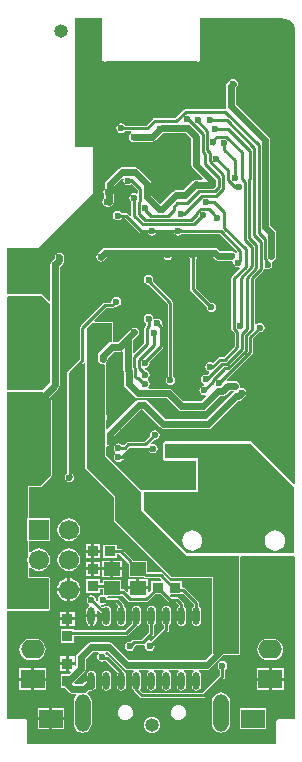
<source format=gbl>
G04*
G04 #@! TF.GenerationSoftware,Altium Limited,Altium Designer,20.0.2 (26)*
G04*
G04 Layer_Physical_Order=2*
G04 Layer_Color=16711680*
%FSLAX25Y25*%
%MOIN*%
G70*
G01*
G75*
%ADD25R,0.03740X0.03740*%
%ADD27R,0.03740X0.03740*%
%ADD38R,0.05512X0.04528*%
%ADD75O,0.05118X0.12598*%
%ADD76C,0.01000*%
%ADD77C,0.02362*%
%ADD80O,0.04535X0.04429*%
%ADD81R,0.07874X0.06299*%
%ADD82C,0.01772*%
%ADD83C,0.01968*%
%ADD84O,0.07874X0.06299*%
%ADD85R,0.06693X0.06693*%
%ADD86C,0.06693*%
%ADD87C,0.02362*%
%ADD88O,0.02362X0.05906*%
G36*
X300770Y565688D02*
X301417Y565603D01*
X302462Y565170D01*
X303359Y564481D01*
X304048Y563584D01*
X304481Y562539D01*
X304611Y561551D01*
Y410859D01*
X304149Y410668D01*
X290233Y424583D01*
X289973Y424757D01*
X289665Y424819D01*
X261319D01*
X261012Y424757D01*
X260751Y424583D01*
X260577Y424323D01*
X260516Y424016D01*
Y419095D01*
X260577Y418787D01*
X260751Y418527D01*
X261012Y418353D01*
X261319Y418292D01*
X271441D01*
X271441Y408677D01*
X254035Y408677D01*
X253728Y408616D01*
X253468Y408442D01*
X253210Y408416D01*
X241469Y420157D01*
Y423043D01*
X241969Y423310D01*
X242102Y423221D01*
X242717Y423099D01*
X243331Y423221D01*
X243852Y423569D01*
X244200Y424090D01*
X244322Y424705D01*
Y426559D01*
X253165Y435402D01*
X253567D01*
X259494Y429475D01*
X259494Y429475D01*
X260016Y429127D01*
X260630Y429005D01*
X260630Y429005D01*
X274471D01*
X274582Y428930D01*
X275197Y428808D01*
X275197Y428808D01*
X275452D01*
X275453Y428808D01*
X276067Y428930D01*
X276588Y429278D01*
X285468Y438158D01*
X285531D01*
X285531Y438158D01*
X286146Y438280D01*
X286667Y438628D01*
X287848Y439810D01*
X287848Y439810D01*
X288196Y440330D01*
X288318Y440945D01*
X288196Y441559D01*
X287848Y442080D01*
X287327Y442428D01*
X286713Y442551D01*
X286361Y442481D01*
X286319Y442502D01*
X286037Y442773D01*
X285974Y442901D01*
X286054Y443307D01*
X285932Y443922D01*
X285584Y444443D01*
X285063Y444791D01*
X284449Y444913D01*
X282146D01*
X282008Y444885D01*
X281762Y445346D01*
X290160Y453745D01*
X290358Y454040D01*
X290427Y454389D01*
Y459020D01*
X292550Y461144D01*
X292815Y461091D01*
X293429Y461213D01*
X293950Y461561D01*
X294298Y462082D01*
X294421Y462697D01*
X294298Y463311D01*
X293950Y463832D01*
X293429Y464180D01*
X292815Y464302D01*
X292200Y464180D01*
X291722Y463861D01*
X291515Y463910D01*
X291222Y464048D01*
Y478902D01*
X293770Y481451D01*
X293968Y481746D01*
X294037Y482095D01*
X294537Y482327D01*
X294760Y482178D01*
X295374Y482056D01*
X295988Y482178D01*
X296509Y482526D01*
X296858Y483047D01*
X296980Y483661D01*
X296858Y484276D01*
X296807Y484352D01*
X297037Y484907D01*
X297170Y484934D01*
X297691Y485282D01*
X298039Y485803D01*
X298161Y486417D01*
Y494134D01*
X298039Y494748D01*
X297691Y495269D01*
X297691Y495269D01*
X296192Y496768D01*
Y525098D01*
X296192Y525098D01*
X296070Y525713D01*
X295722Y526234D01*
X295722Y526234D01*
X284677Y537279D01*
Y542544D01*
X284994Y542861D01*
X284994Y542861D01*
X285342Y543382D01*
X285464Y543996D01*
X285342Y544611D01*
X284994Y545131D01*
X284473Y545479D01*
X283858Y545602D01*
X283244Y545479D01*
X282723Y545131D01*
X282723Y545131D01*
X281936Y544344D01*
X281587Y543823D01*
X281465Y543209D01*
X281465Y543209D01*
Y536614D01*
X281465Y536614D01*
X281587Y536000D01*
X281320Y535607D01*
X281277Y535565D01*
X268038D01*
X267689Y535495D01*
X267394Y535298D01*
X264602Y532506D01*
X257677D01*
X257329Y532436D01*
X257033Y532239D01*
X254839Y530045D01*
X247840D01*
X247691Y530269D01*
X247170Y530617D01*
X246555Y530739D01*
X245941Y530617D01*
X245420Y530269D01*
X245072Y529748D01*
X244950Y529134D01*
X245072Y528519D01*
X245420Y527998D01*
X245941Y527650D01*
X246555Y527528D01*
X247170Y527650D01*
X247691Y527998D01*
X247840Y528223D01*
X249776D01*
X249916Y528057D01*
X249834Y527504D01*
X249554Y527317D01*
X249205Y526796D01*
X249083Y526181D01*
X249205Y525567D01*
X249554Y525046D01*
X250075Y524698D01*
X250689Y524576D01*
X250787D01*
X250787Y524575D01*
X251282Y524674D01*
X256890D01*
X256890Y524674D01*
X257504Y524796D01*
X258025Y525144D01*
X260107Y527226D01*
X260260Y527257D01*
X260666Y527528D01*
X268134D01*
X269950Y525713D01*
Y516929D01*
X269950Y516929D01*
X270072Y516315D01*
X270420Y515794D01*
X273811Y512402D01*
X273620Y511940D01*
X272050D01*
X271555Y512039D01*
X270941Y511916D01*
X270420Y511568D01*
X270420Y511568D01*
X267248Y508397D01*
X264862D01*
X264248Y508275D01*
X263727Y507927D01*
X263727Y507927D01*
X259646Y503846D01*
X256641Y506850D01*
Y510673D01*
X256641Y510673D01*
X256519Y511287D01*
X256171Y511808D01*
X256171Y511808D01*
X252277Y515702D01*
X251756Y516050D01*
X251142Y516173D01*
X251142Y516173D01*
X246850D01*
X246850Y516173D01*
X246236Y516050D01*
X245715Y515702D01*
X245715Y515702D01*
X241581Y511568D01*
X241233Y511048D01*
X241111Y510433D01*
X241111Y510433D01*
Y508944D01*
X240938Y508685D01*
X240938Y508684D01*
X240741Y508390D01*
X240619Y507776D01*
X240741Y507161D01*
X240816Y507049D01*
Y505776D01*
X240794Y505761D01*
X240446Y505240D01*
X240323Y504626D01*
X240446Y504011D01*
X240794Y503491D01*
X241315Y503143D01*
X241929Y503020D01*
X242175Y503069D01*
X242421Y503020D01*
X243036Y503143D01*
X243557Y503491D01*
X243905Y504011D01*
X244027Y504626D01*
Y506902D01*
X244200Y507161D01*
X244322Y507776D01*
X244322Y507776D01*
Y509768D01*
X246935Y512381D01*
X247395Y512134D01*
X247312Y511713D01*
X247434Y511098D01*
X247782Y510577D01*
X248303Y510229D01*
X248917Y510107D01*
X249532Y510229D01*
X249996Y510539D01*
X252049Y508486D01*
Y507623D01*
X251549Y507356D01*
X251500Y507389D01*
X250886Y507511D01*
X250271Y507389D01*
X249750Y507041D01*
X249402Y506520D01*
X249280Y505905D01*
X249402Y505291D01*
X249750Y504770D01*
X249975Y504620D01*
Y500249D01*
X249475Y500042D01*
X248873Y500644D01*
X248577Y500842D01*
X248228Y500911D01*
X246758D01*
X246608Y501135D01*
X246087Y501483D01*
X245472Y501606D01*
X244858Y501483D01*
X244337Y501135D01*
X243989Y500615D01*
X243867Y500000D01*
X243989Y499385D01*
X244337Y498865D01*
X244858Y498517D01*
X245472Y498394D01*
X246087Y498517D01*
X246608Y498865D01*
X246758Y499089D01*
X247851D01*
X252604Y494336D01*
X252899Y494138D01*
X253248Y494069D01*
X255506D01*
X255656Y493845D01*
X256177Y493497D01*
X256791Y493375D01*
X257406Y493497D01*
X257927Y493845D01*
X258077Y494069D01*
X264299D01*
X264514Y493747D01*
X265035Y493399D01*
X265650Y493276D01*
X266264Y493399D01*
X266785Y493747D01*
X266869Y493872D01*
X279347D01*
X285320Y487899D01*
X285279Y487584D01*
X284759Y487462D01*
X284698Y487553D01*
X284177Y487901D01*
X283896Y487957D01*
X283685Y488098D01*
X283071Y488220D01*
X279602D01*
X278990Y488832D01*
X278469Y489180D01*
X277854Y489302D01*
X277854Y489302D01*
X241339D01*
X241339Y489302D01*
X240724Y489180D01*
X240203Y488832D01*
X240203Y488832D01*
X238727Y487356D01*
X238379Y486835D01*
X238257Y486221D01*
X238379Y485606D01*
X238727Y485085D01*
X239248Y484737D01*
X239862Y484615D01*
X240477Y484737D01*
X240998Y485085D01*
X242004Y486091D01*
X260693D01*
X260971Y485676D01*
X261492Y485328D01*
X262106Y485205D01*
X262721Y485328D01*
X263242Y485676D01*
X263519Y486091D01*
X269158D01*
X269436Y485676D01*
X269660Y485526D01*
Y475983D01*
X269631Y475939D01*
X269561Y475591D01*
X269631Y475242D01*
X269828Y474946D01*
X275120Y469654D01*
X275068Y469390D01*
X275190Y468775D01*
X275538Y468254D01*
X276059Y467906D01*
X276673Y467784D01*
X277288Y467906D01*
X277809Y468254D01*
X278157Y468775D01*
X278279Y469390D01*
X278157Y470004D01*
X277809Y470525D01*
X277288Y470873D01*
X276673Y470995D01*
X276409Y470943D01*
X271482Y475870D01*
Y485526D01*
X271706Y485676D01*
X271984Y486091D01*
X277189D01*
X277802Y485479D01*
X278323Y485131D01*
X278937Y485008D01*
X278937Y485008D01*
X282837D01*
X282948Y484934D01*
X283510Y484822D01*
X283667Y484746D01*
X283948Y484465D01*
X283926Y484350D01*
X284048Y483736D01*
X284396Y483215D01*
X284917Y482867D01*
X285531Y482745D01*
X285950Y482828D01*
X286197Y482367D01*
X283600Y479770D01*
X283402Y479475D01*
X283333Y479126D01*
Y462231D01*
X283402Y461882D01*
X283600Y461587D01*
X284423Y460763D01*
Y456498D01*
X280797Y452872D01*
X279455D01*
X279107Y452803D01*
X278811Y452605D01*
X277135Y450929D01*
X276894Y451090D01*
X276279Y451212D01*
X275665Y451090D01*
X275144Y450742D01*
X274796Y450221D01*
X274674Y449606D01*
X274796Y448992D01*
X275144Y448471D01*
X275665Y448123D01*
X275723Y448111D01*
X275888Y447569D01*
X275298Y446980D01*
X274803Y447078D01*
X274189Y446956D01*
X273668Y446608D01*
X273320Y446087D01*
X273198Y445472D01*
X273320Y444858D01*
X273668Y444337D01*
X274126Y444031D01*
X274214Y443688D01*
X274232Y443471D01*
X274094Y443314D01*
X273598Y443216D01*
X273077Y442868D01*
X272729Y442347D01*
X272607Y441732D01*
X272729Y441118D01*
X273077Y440597D01*
X273598Y440249D01*
X274213Y440127D01*
X274511Y440186D01*
X274758Y439725D01*
X273154Y438121D01*
X267299D01*
X263537Y441883D01*
X263016Y442232D01*
X262402Y442354D01*
X262402Y442354D01*
X255706D01*
X255554Y442854D01*
X255564Y442861D01*
X255913Y443382D01*
X256035Y443996D01*
X255913Y444611D01*
X255564Y445131D01*
X255431Y445221D01*
Y445822D01*
X255564Y445912D01*
X255913Y446433D01*
X256035Y447047D01*
X255913Y447662D01*
X255564Y448183D01*
X255044Y448531D01*
X254588Y448621D01*
X254468Y448802D01*
X254658Y449282D01*
X254724Y449339D01*
X255044Y449402D01*
X255564Y449751D01*
X255913Y450271D01*
X256035Y450886D01*
X255949Y451314D01*
X260388Y455753D01*
X260586Y456049D01*
X260655Y456398D01*
Y462894D01*
X260586Y463242D01*
X260388Y463538D01*
X260116Y463810D01*
X260169Y464075D01*
X260046Y464689D01*
X259698Y465210D01*
X259177Y465558D01*
X258563Y465681D01*
X257948Y465558D01*
X257795Y465456D01*
X257623Y465508D01*
X257291Y465720D01*
X257192Y466215D01*
X256844Y466736D01*
X256323Y467084D01*
X255709Y467206D01*
X255094Y467084D01*
X254573Y466736D01*
X254225Y466215D01*
X254103Y465600D01*
X254225Y464986D01*
X254573Y464465D01*
X254797Y464315D01*
Y463468D01*
X254572Y463243D01*
X254375Y462947D01*
X254305Y462598D01*
Y457567D01*
X250953Y454215D01*
X250491Y454407D01*
Y458457D01*
X252120Y460085D01*
X252120Y460085D01*
X252468Y460606D01*
X252590Y461221D01*
X252468Y461835D01*
X252120Y462356D01*
X251599Y462704D01*
X250984Y462826D01*
X250370Y462704D01*
X249849Y462356D01*
X249849Y462356D01*
X247750Y460257D01*
X245398Y457905D01*
X243832D01*
X243832Y457905D01*
Y464272D01*
X243707Y464573D01*
X243406Y464698D01*
X237703D01*
X237511Y465160D01*
X241519Y469168D01*
X243504D01*
X243853Y469237D01*
X244148Y469434D01*
X244453Y469739D01*
X244882Y469654D01*
X245496Y469776D01*
X246017Y470124D01*
X246365Y470645D01*
X246487Y471260D01*
X246365Y471874D01*
X246017Y472395D01*
X245496Y472743D01*
X244882Y472865D01*
X244267Y472743D01*
X243746Y472395D01*
X243398Y471874D01*
X243276Y471260D01*
X242854Y470990D01*
X241142D01*
X240793Y470921D01*
X240497Y470723D01*
X233017Y463243D01*
X232820Y462947D01*
X232750Y462598D01*
Y452243D01*
X232441Y451933D01*
X232427Y451924D01*
X228785Y448282D01*
X228587Y447987D01*
X228518Y447638D01*
Y414048D01*
X228195Y413832D01*
X227847Y413311D01*
X227725Y412697D01*
X227847Y412082D01*
X228195Y411561D01*
X228716Y411213D01*
X229331Y411091D01*
X229945Y411213D01*
X230466Y411561D01*
X230814Y412082D01*
X230936Y412697D01*
X230873Y413015D01*
X230875Y413023D01*
X230805Y413372D01*
X230608Y413667D01*
X230512Y413763D01*
X230466Y413832D01*
X230397Y413878D01*
X230340Y413935D01*
Y447260D01*
X233706Y450626D01*
X233720Y450635D01*
X234113Y451028D01*
X234613Y450821D01*
X234613Y415846D01*
X234613Y415846D01*
X234738Y415545D01*
X234738Y415545D01*
X244062Y406221D01*
X244062Y398622D01*
X244062Y398622D01*
X244187Y398321D01*
X244187Y398321D01*
X263281Y379226D01*
X263583Y379101D01*
X276838Y379101D01*
Y354207D01*
X274433Y351802D01*
X249287D01*
X243754Y357336D01*
X243233Y357684D01*
X242618Y357806D01*
X242618Y357806D01*
X236417D01*
X236417Y357806D01*
X235803Y357684D01*
X235282Y357336D01*
X235282Y357336D01*
X231985Y354039D01*
X231637Y353518D01*
X231514Y352904D01*
X231514Y352904D01*
Y350017D01*
X231512Y350015D01*
X231187Y350189D01*
X229142D01*
Y348319D01*
X229647D01*
X229838Y347857D01*
X229225Y347244D01*
X226378D01*
Y342717D01*
X227552D01*
X229081Y341188D01*
X229081Y341188D01*
X229602Y340839D01*
X230217Y340717D01*
X230217Y340717D01*
X231511D01*
X231681Y340217D01*
X231654Y340196D01*
X231181Y339580D01*
X230883Y338861D01*
X230782Y338090D01*
Y330610D01*
X230883Y329839D01*
X231181Y329121D01*
X231654Y328504D01*
X232271Y328031D01*
X232989Y327733D01*
X233760Y327632D01*
X234531Y327733D01*
X235249Y328031D01*
X235866Y328504D01*
X236339Y329121D01*
X236637Y329839D01*
X236738Y330610D01*
Y338090D01*
X236637Y338861D01*
X236339Y339580D01*
X235866Y340196D01*
X235372Y340576D01*
X235321Y341003D01*
X235356Y341167D01*
X235387Y341188D01*
X235803Y341603D01*
X236634D01*
X237248Y341725D01*
X237769Y342073D01*
X238117Y342594D01*
X238240Y343209D01*
Y346752D01*
X238117Y347366D01*
X237769Y347887D01*
X237248Y348235D01*
X236634Y348358D01*
X236019Y348235D01*
X235498Y347887D01*
X235150Y347366D01*
X235028Y346752D01*
Y344793D01*
X234523Y344692D01*
X234002Y344344D01*
X233587Y343929D01*
X231016D01*
X230951Y344428D01*
X234255Y347733D01*
X234256Y347733D01*
X234604Y348254D01*
X234726Y348868D01*
Y352238D01*
X237082Y354595D01*
X238881D01*
X239033Y354095D01*
X239022Y354088D01*
X238674Y353567D01*
X238552Y352953D01*
X238674Y352338D01*
X239022Y351817D01*
X239543Y351469D01*
X240158Y351347D01*
X240772Y351469D01*
X241245Y351785D01*
X241316D01*
X245385Y347717D01*
X245150Y347366D01*
X245028Y346752D01*
Y343209D01*
X245150Y342594D01*
X245498Y342073D01*
X246019Y341725D01*
X246634Y341603D01*
X247248Y341725D01*
X247769Y342073D01*
X248117Y342594D01*
X248239Y343209D01*
Y346752D01*
X248117Y347366D01*
X247769Y347887D01*
X247248Y348235D01*
X247241Y348237D01*
X247215Y348365D01*
X247018Y348661D01*
X242337Y353341D01*
X242042Y353538D01*
X241693Y353608D01*
X241614D01*
X241293Y354088D01*
X241282Y354095D01*
X241434Y354595D01*
X241953D01*
X247487Y349061D01*
X247487Y349061D01*
X248008Y348713D01*
X248622Y348591D01*
X250652D01*
X250804Y348091D01*
X250499Y347887D01*
X250150Y347366D01*
X250028Y346752D01*
Y343209D01*
X250150Y342594D01*
X250499Y342073D01*
X250723Y341923D01*
Y341772D01*
X250792Y341423D01*
X250990Y341127D01*
X252702Y339415D01*
X252998Y339217D01*
X253346Y339148D01*
X274016D01*
X274364Y339217D01*
X274660Y339415D01*
X280959Y345714D01*
X281157Y346010D01*
X281226Y346358D01*
Y348715D01*
X281450Y348865D01*
X281798Y349385D01*
X281921Y350000D01*
X281798Y350615D01*
X281450Y351135D01*
X280929Y351483D01*
X280315Y351606D01*
X279700Y351483D01*
X279180Y351135D01*
X278832Y350615D01*
X278709Y350000D01*
X278832Y349385D01*
X279180Y348865D01*
X279404Y348715D01*
Y346736D01*
X273638Y340970D01*
X253724D01*
X252756Y341938D01*
X252769Y342073D01*
X253117Y342594D01*
X253239Y343209D01*
Y346752D01*
X253117Y347366D01*
X252769Y347887D01*
X252464Y348091D01*
X252616Y348591D01*
X255652D01*
X255804Y348091D01*
X255499Y347887D01*
X255150Y347366D01*
X255028Y346752D01*
Y343209D01*
X255150Y342594D01*
X255499Y342073D01*
X256019Y341725D01*
X256634Y341603D01*
X257248Y341725D01*
X257769Y342073D01*
X258117Y342594D01*
X258240Y343209D01*
Y346752D01*
X258117Y347366D01*
X257769Y347887D01*
X257464Y348091D01*
X257616Y348591D01*
X260652D01*
X260804Y348091D01*
X260498Y347887D01*
X260150Y347366D01*
X260028Y346752D01*
Y343209D01*
X260150Y342594D01*
X260498Y342073D01*
X261019Y341725D01*
X261634Y341603D01*
X262248Y341725D01*
X262769Y342073D01*
X263117Y342594D01*
X263240Y343209D01*
Y346752D01*
X263117Y347366D01*
X262769Y347887D01*
X262464Y348091D01*
X262616Y348591D01*
X265652D01*
X265804Y348091D01*
X265498Y347887D01*
X265150Y347366D01*
X265028Y346752D01*
Y343209D01*
X265150Y342594D01*
X265498Y342073D01*
X266019Y341725D01*
X266634Y341603D01*
X267248Y341725D01*
X267769Y342073D01*
X268117Y342594D01*
X268239Y343209D01*
Y346752D01*
X268117Y347366D01*
X267769Y347887D01*
X267464Y348091D01*
X267616Y348591D01*
X270652D01*
X270804Y348091D01*
X270498Y347887D01*
X270150Y347366D01*
X270028Y346752D01*
Y343209D01*
X270150Y342594D01*
X270498Y342073D01*
X271019Y341725D01*
X271634Y341603D01*
X272248Y341725D01*
X272769Y342073D01*
X273117Y342594D01*
X273239Y343209D01*
Y346752D01*
X273117Y347366D01*
X272769Y347887D01*
X272464Y348091D01*
X272616Y348591D01*
X275098D01*
X275098Y348591D01*
X275713Y348713D01*
X276234Y349061D01*
X280782Y353609D01*
X285827Y353609D01*
X286128Y353734D01*
X286253Y354035D01*
X286253Y386197D01*
X286753Y386697D01*
X304209Y386697D01*
X304611Y386267D01*
Y332201D01*
X299114D01*
X298807Y332139D01*
X298547Y331965D01*
X298373Y331705D01*
X298311Y331398D01*
Y323933D01*
X215271D01*
Y331398D01*
X215210Y331705D01*
X215036Y331965D01*
X214776Y332139D01*
X214469Y332201D01*
X208578D01*
Y368373D01*
X222342D01*
X222644Y368498D01*
X222769Y368799D01*
Y375037D01*
X222808Y375335D01*
X222769Y375632D01*
Y379134D01*
X222644Y379435D01*
X222342Y379560D01*
X215879D01*
Y382527D01*
X216193Y382633D01*
X216379Y382659D01*
X217149Y382068D01*
X218059Y381691D01*
X219035Y381562D01*
X220012Y381691D01*
X220922Y382068D01*
X221703Y382667D01*
X222302Y383448D01*
X222679Y384358D01*
X222808Y385335D01*
X222679Y386311D01*
X222302Y387221D01*
X221703Y388002D01*
X220922Y388602D01*
X220012Y388979D01*
X219035Y389107D01*
X218059Y388979D01*
X217149Y388602D01*
X216379Y388011D01*
X216193Y388036D01*
X215879Y388143D01*
Y391595D01*
X222776D01*
Y399075D01*
X215879D01*
Y409416D01*
X219459Y409416D01*
X219609Y409478D01*
X219758Y409539D01*
X223330Y413050D01*
X223331Y413052D01*
X223333Y413053D01*
X223395Y413202D01*
X223458Y413350D01*
X223457Y413352D01*
X223458Y413354D01*
X223458Y438386D01*
X223333Y438687D01*
X223333Y438687D01*
X222647Y439373D01*
X225643Y442369D01*
X225643Y442369D01*
X225991Y442889D01*
X226114Y443504D01*
X226114Y443504D01*
Y482996D01*
X227120Y484002D01*
X227120Y484002D01*
X227468Y484523D01*
X227590Y485138D01*
X227590Y485138D01*
Y486221D01*
X227468Y486835D01*
X227120Y487356D01*
X226599Y487704D01*
X225984Y487826D01*
X225370Y487704D01*
X224849Y487356D01*
X224501Y486835D01*
X224379Y486221D01*
Y485803D01*
X223373Y484797D01*
X223024Y484276D01*
X222902Y483661D01*
X222902Y483661D01*
Y471858D01*
X222440Y471666D01*
X220479Y473628D01*
X220177Y473753D01*
X208932Y473753D01*
X208932Y473753D01*
X208578Y474148D01*
Y489075D01*
X218701D01*
X237226Y507600D01*
Y522917D01*
X231102Y522942D01*
Y565733D01*
X240241D01*
Y552165D01*
X240302Y551858D01*
X240476Y551598D01*
X240736Y551424D01*
X241043Y551363D01*
X241351Y551424D01*
X241406Y551461D01*
X271783D01*
X271838Y551424D01*
X272146Y551363D01*
X272453Y551424D01*
X272713Y551598D01*
X272887Y551858D01*
X272949Y552165D01*
Y565733D01*
X299801Y565733D01*
X299902Y565733D01*
X300295Y565748D01*
X300770Y565688D01*
D02*
G37*
G36*
X247280Y454617D02*
Y448566D01*
X247280Y448566D01*
X247402Y447952D01*
X247485Y447829D01*
Y443814D01*
X247485Y443814D01*
X247607Y443199D01*
X247955Y442678D01*
X251021Y439613D01*
X251021Y439613D01*
X251541Y439265D01*
X252156Y439142D01*
X252156Y439142D01*
X261736D01*
X265498Y435380D01*
X265498Y435380D01*
X266019Y435032D01*
X266634Y434910D01*
X266634Y434910D01*
X273819D01*
X273819Y434910D01*
X274433Y435032D01*
X274954Y435380D01*
X279405Y439831D01*
X280275D01*
X280275Y439831D01*
X280890Y439954D01*
X281411Y440302D01*
X282811Y441701D01*
X284037D01*
X284111Y441478D01*
X284120Y441201D01*
X283668Y440899D01*
X283667Y440899D01*
X274984Y432216D01*
X261295D01*
X255368Y438143D01*
X254847Y438491D01*
X254232Y438614D01*
X254232Y438614D01*
X252500D01*
X251886Y438491D01*
X251365Y438143D01*
X251365Y438143D01*
X241969Y428748D01*
X241469Y428955D01*
Y431856D01*
X241739Y432260D01*
X241862Y432874D01*
X241739Y433489D01*
X241469Y433892D01*
X241470Y450185D01*
X241461Y450205D01*
X241467Y450226D01*
X241400Y450353D01*
X241345Y450486D01*
X241567Y450917D01*
X241588Y450932D01*
X241936Y451452D01*
X242058Y452067D01*
Y452681D01*
X244071Y454694D01*
X246063D01*
X246063Y454694D01*
X246677Y454816D01*
X246780Y454884D01*
X247280Y454617D01*
D02*
G37*
G36*
X220177Y473327D02*
X222835Y470669D01*
Y444553D01*
X220165Y441929D01*
X208578D01*
Y472973D01*
X208932Y473327D01*
X220177Y473327D01*
D02*
G37*
G36*
X223031Y438386D02*
X223031Y413354D01*
X219459Y409842D01*
X215453Y409842D01*
Y399075D01*
X215295D01*
Y391595D01*
X215453D01*
Y386459D01*
X215392Y386311D01*
X215263Y385335D01*
X215392Y384358D01*
X215453Y384210D01*
Y379134D01*
X222342D01*
Y368799D01*
X208578D01*
Y409842D01*
Y441240D01*
X220177D01*
X223031Y438386D01*
D02*
G37*
G36*
X304209Y409472D02*
Y387500D01*
X268504Y387500D01*
X254035Y401968D01*
X254035Y407874D01*
X272244Y407874D01*
X272244Y419095D01*
X261319D01*
Y424016D01*
X289665D01*
X304209Y409472D01*
D02*
G37*
G36*
X243406Y457905D02*
X243406Y457905D01*
X242791Y457783D01*
X242270Y457435D01*
X239317Y454482D01*
X238969Y453961D01*
X238847Y453346D01*
X238847Y453346D01*
Y452067D01*
X238969Y451452D01*
X239317Y450932D01*
X239838Y450584D01*
X240453Y450461D01*
X240657Y450502D01*
X241043Y450185D01*
X241043Y419980D01*
X253233Y407791D01*
X253233Y401968D01*
X253294Y401661D01*
X253468Y401401D01*
X267936Y386932D01*
X268197Y386758D01*
X268504Y386697D01*
X285827Y386697D01*
X285827Y354035D01*
X277264Y354035D01*
Y379528D01*
X263583Y379528D01*
X244488Y398622D01*
X244488Y406398D01*
X235039Y415846D01*
X235039Y462500D01*
X236811Y464272D01*
X243406D01*
Y457905D01*
D02*
G37*
%LPC*%
G36*
X255709Y480247D02*
X255094Y480125D01*
X254573Y479777D01*
X254225Y479256D01*
X254103Y478642D01*
X254225Y478027D01*
X254573Y477506D01*
X255094Y477158D01*
X255644Y477049D01*
X262081Y470612D01*
Y446364D01*
X261857Y446214D01*
X261509Y445693D01*
X261386Y445079D01*
X261509Y444464D01*
X261857Y443943D01*
X262378Y443595D01*
X262992Y443473D01*
X263607Y443595D01*
X264127Y443943D01*
X264476Y444464D01*
X264598Y445079D01*
X264476Y445693D01*
X264127Y446214D01*
X263903Y446364D01*
Y470990D01*
X263834Y471338D01*
X263636Y471634D01*
X257201Y478070D01*
X257314Y478642D01*
X257192Y479256D01*
X256844Y479777D01*
X256323Y480125D01*
X255709Y480247D01*
D02*
G37*
G36*
X257776Y428476D02*
X257161Y428354D01*
X256640Y428006D01*
X256292Y427485D01*
X256170Y426870D01*
X256223Y426606D01*
X254248Y424632D01*
X248917D01*
X248569Y424562D01*
X248273Y424365D01*
X247414Y423506D01*
X246895Y423539D01*
X246805Y423675D01*
X246284Y424023D01*
X245669Y424145D01*
X245055Y424023D01*
X244534Y423675D01*
X244186Y423154D01*
X244064Y422539D01*
X244186Y421925D01*
X244534Y421404D01*
X244668Y421314D01*
Y420713D01*
X244534Y420624D01*
X244186Y420103D01*
X244064Y419488D01*
X244186Y418874D01*
X244534Y418353D01*
X245055Y418005D01*
X245669Y417882D01*
X246284Y418005D01*
X246805Y418353D01*
X246986Y418623D01*
X247101Y418646D01*
X247396Y418844D01*
X249968Y421416D01*
X255887D01*
X256009Y421233D01*
X256530Y420885D01*
X257145Y420762D01*
X257759Y420885D01*
X258280Y421233D01*
X258628Y421754D01*
X258750Y422368D01*
X258628Y422983D01*
X258280Y423503D01*
X257759Y423852D01*
X257145Y423974D01*
X256808Y423907D01*
X256562Y424368D01*
X257511Y425317D01*
X257776Y425264D01*
X258390Y425387D01*
X258911Y425735D01*
X259259Y426256D01*
X259381Y426870D01*
X259259Y427485D01*
X258911Y428006D01*
X258390Y428354D01*
X257776Y428476D01*
D02*
G37*
G36*
X229035Y399107D02*
X228059Y398978D01*
X227149Y398602D01*
X226368Y398002D01*
X225768Y397221D01*
X225392Y396311D01*
X225263Y395335D01*
X225392Y394358D01*
X225768Y393448D01*
X226368Y392667D01*
X227149Y392068D01*
X228059Y391691D01*
X229035Y391562D01*
X230012Y391691D01*
X230922Y392068D01*
X231703Y392667D01*
X232302Y393448D01*
X232679Y394358D01*
X232808Y395335D01*
X232679Y396311D01*
X232302Y397221D01*
X231703Y398002D01*
X230922Y398602D01*
X230012Y398978D01*
X229035Y399107D01*
D02*
G37*
G36*
X239476Y390461D02*
X237606D01*
Y388591D01*
X239476D01*
Y390461D01*
D02*
G37*
G36*
X236606D02*
X234736D01*
Y388591D01*
X236606D01*
Y390461D01*
D02*
G37*
G36*
X239476Y387591D02*
X237606D01*
Y385720D01*
X239476D01*
Y387591D01*
D02*
G37*
G36*
X236606D02*
X234736D01*
Y385720D01*
X236606D01*
Y387591D01*
D02*
G37*
G36*
X239476Y384654D02*
X237606D01*
Y382784D01*
X239476D01*
Y384654D01*
D02*
G37*
G36*
X246760Y385047D02*
X244004D01*
Y382784D01*
X246760D01*
Y385047D01*
D02*
G37*
G36*
X243004D02*
X240248D01*
Y382784D01*
X243004D01*
Y385047D01*
D02*
G37*
G36*
X236606Y384654D02*
X234736D01*
Y382784D01*
X236606D01*
Y384654D01*
D02*
G37*
G36*
X229035Y389107D02*
X228059Y388979D01*
X227149Y388602D01*
X226368Y388002D01*
X225768Y387221D01*
X225392Y386311D01*
X225263Y385335D01*
X225392Y384358D01*
X225768Y383448D01*
X226368Y382667D01*
X227149Y382068D01*
X228059Y381691D01*
X229035Y381562D01*
X230012Y381691D01*
X230922Y382068D01*
X231703Y382667D01*
X232302Y383448D01*
X232679Y384358D01*
X232808Y385335D01*
X232679Y386311D01*
X232302Y387221D01*
X231703Y388002D01*
X230922Y388602D01*
X230012Y388979D01*
X229035Y389107D01*
D02*
G37*
G36*
X239476Y381784D02*
X237606D01*
Y379913D01*
X239476D01*
Y381784D01*
D02*
G37*
G36*
X236606D02*
X234736D01*
Y379913D01*
X236606D01*
Y381784D01*
D02*
G37*
G36*
X246760D02*
X244004D01*
Y379520D01*
X246760D01*
Y381784D01*
D02*
G37*
G36*
X243004D02*
X240248D01*
Y379520D01*
X243004D01*
Y381784D01*
D02*
G37*
G36*
X255421Y378748D02*
X252665D01*
Y376484D01*
X255421D01*
Y378748D01*
D02*
G37*
G36*
X251665D02*
X248909D01*
Y376484D01*
X251665D01*
Y378748D01*
D02*
G37*
G36*
X229535Y379149D02*
Y375835D01*
X232849D01*
X232783Y376339D01*
X232395Y377274D01*
X231779Y378078D01*
X230975Y378695D01*
X230040Y379082D01*
X229535Y379149D01*
D02*
G37*
G36*
X228535D02*
X228031Y379082D01*
X227096Y378695D01*
X226292Y378078D01*
X225676Y377274D01*
X225288Y376339D01*
X225222Y375835D01*
X228535D01*
Y379149D01*
D02*
G37*
G36*
X245079Y390354D02*
X240551D01*
Y385827D01*
X245079D01*
Y387179D01*
X245981D01*
X248998Y384162D01*
Y384047D01*
X249016Y383959D01*
Y379626D01*
X254026D01*
X254080Y379572D01*
X254376Y379375D01*
X254724Y379305D01*
X259367D01*
X259962Y378710D01*
X259771Y378248D01*
X256496D01*
Y375009D01*
X255883Y374396D01*
X255421Y374588D01*
Y375484D01*
X252165D01*
X248909D01*
Y374784D01*
X248447Y374593D01*
X247818Y375222D01*
X247523Y375420D01*
X247174Y375489D01*
X246654D01*
Y378642D01*
X240354D01*
Y377486D01*
X239370D01*
Y378839D01*
X234842D01*
Y374311D01*
X239370D01*
Y375664D01*
X240354D01*
Y373535D01*
X239838Y373432D01*
X239317Y373084D01*
X238969Y372563D01*
X238847Y371949D01*
X238906Y371654D01*
X238451Y371416D01*
X238182Y371662D01*
X238220Y371850D01*
X238098Y372465D01*
X237750Y372986D01*
X237229Y373334D01*
X236614Y373456D01*
X236000Y373334D01*
X235479Y372986D01*
X235131Y372465D01*
X235009Y371850D01*
X235131Y371236D01*
X235479Y370715D01*
X235856Y370463D01*
X235885Y370349D01*
X235877Y369974D01*
X235856Y369907D01*
X235422Y369618D01*
X235050Y369061D01*
X234920Y368406D01*
Y367134D01*
X236634D01*
Y366634D01*
D01*
Y367134D01*
X238348D01*
Y368121D01*
X238848Y368328D01*
X239405Y367771D01*
X239700Y367574D01*
X240028Y367508D01*
Y364862D01*
X240150Y364248D01*
X240498Y363727D01*
X241019Y363379D01*
X241634Y363257D01*
X242248Y363379D01*
X242769Y363727D01*
X243117Y364248D01*
X243239Y364862D01*
Y368406D01*
X243117Y369020D01*
X242769Y369541D01*
X242248Y369889D01*
X241634Y370011D01*
X241019Y369889D01*
X240498Y369541D01*
X240238Y369515D01*
X239788Y369966D01*
X240034Y370427D01*
X240453Y370343D01*
X241067Y370465D01*
X241533Y370777D01*
X241537D01*
X241711Y370742D01*
X244898D01*
X245519Y370121D01*
X245498Y369541D01*
X245150Y369020D01*
X245028Y368406D01*
Y364862D01*
X245150Y364248D01*
X245498Y363727D01*
X246019Y363379D01*
X246634Y363257D01*
X247248Y363379D01*
X247769Y363727D01*
X248117Y364248D01*
X248239Y364862D01*
Y368406D01*
X248117Y369020D01*
X247769Y369541D01*
X247545Y369691D01*
Y370295D01*
X247476Y370644D01*
X247278Y370940D01*
X245920Y372298D01*
X245624Y372495D01*
X245276Y372565D01*
X242169D01*
X241999Y372839D01*
X242266Y373327D01*
X246654D01*
Y373327D01*
X247149Y373315D01*
X248962Y371501D01*
X249258Y371304D01*
X249606Y371234D01*
X254921D01*
X255270Y371304D01*
X255566Y371501D01*
X257785Y373721D01*
X259735D01*
X262052Y371403D01*
X262348Y371205D01*
X262697Y371136D01*
X264780D01*
X265723Y370193D01*
Y369691D01*
X265498Y369541D01*
X265150Y369020D01*
X265028Y368406D01*
Y364862D01*
X265150Y364248D01*
X265498Y363727D01*
X266019Y363379D01*
X266634Y363257D01*
X267248Y363379D01*
X267769Y363727D01*
X268117Y364248D01*
X268239Y364862D01*
Y368406D01*
X268117Y369020D01*
X267769Y369541D01*
X267545Y369691D01*
Y370571D01*
X267476Y370920D01*
X267278Y371215D01*
X265802Y372692D01*
X265506Y372889D01*
X265158Y372958D01*
X263127D01*
X262892Y373251D01*
X263097Y373721D01*
X266732D01*
Y373721D01*
X267232Y373900D01*
X270723Y370410D01*
Y369691D01*
X270498Y369541D01*
X270150Y369020D01*
X270028Y368406D01*
Y364862D01*
X270150Y364248D01*
X270498Y363727D01*
X271019Y363379D01*
X271634Y363257D01*
X272248Y363379D01*
X272769Y363727D01*
X273117Y364248D01*
X273239Y364862D01*
Y368406D01*
X273117Y369020D01*
X272769Y369541D01*
X272545Y369691D01*
Y370787D01*
X272476Y371136D01*
X272278Y371432D01*
X267897Y375813D01*
X267601Y376010D01*
X267253Y376080D01*
X266732D01*
Y378248D01*
X263001D01*
X260388Y380861D01*
X260093Y381058D01*
X259744Y381128D01*
X255315D01*
Y384941D01*
X250716D01*
X250554Y385184D01*
X247003Y388735D01*
X246707Y388932D01*
X246358Y389002D01*
X245079D01*
Y390354D01*
D02*
G37*
G36*
X232849Y374835D02*
X229535D01*
Y371521D01*
X230040Y371587D01*
X230975Y371975D01*
X231779Y372591D01*
X232395Y373395D01*
X232783Y374330D01*
X232849Y374835D01*
D02*
G37*
G36*
X228535D02*
X225222D01*
X225288Y374330D01*
X225676Y373395D01*
X226292Y372591D01*
X227096Y371975D01*
X228031Y371587D01*
X228535Y371521D01*
Y374835D01*
D02*
G37*
G36*
X231012Y368020D02*
X229142D01*
Y366150D01*
X231012D01*
Y368020D01*
D02*
G37*
G36*
X228142D02*
X226272D01*
Y366150D01*
X228142D01*
Y368020D01*
D02*
G37*
G36*
X231012Y365150D02*
X229142D01*
Y363280D01*
X231012D01*
Y365150D01*
D02*
G37*
G36*
X228142D02*
X226272D01*
Y363280D01*
X228142D01*
Y365150D01*
D02*
G37*
G36*
X238348Y366134D02*
X237134D01*
Y363248D01*
X237290Y363279D01*
X237846Y363650D01*
X238217Y364206D01*
X238348Y364862D01*
Y366134D01*
D02*
G37*
G36*
X236134D02*
X234920D01*
Y364862D01*
X235050Y364206D01*
X235422Y363650D01*
X235978Y363279D01*
X236134Y363248D01*
Y366134D01*
D02*
G37*
G36*
X251634Y370011D02*
X251019Y369889D01*
X250499Y369541D01*
X250150Y369020D01*
X250028Y368406D01*
Y364862D01*
X250150Y364248D01*
X250195Y364181D01*
X247851Y361836D01*
X230906D01*
Y362205D01*
X226378D01*
Y357677D01*
X230906D01*
Y360014D01*
X248228D01*
X248577Y360083D01*
X248873Y360281D01*
X251902Y363310D01*
X252248Y363379D01*
X252769Y363727D01*
X253117Y364248D01*
X253239Y364862D01*
Y368406D01*
X253117Y369020D01*
X252769Y369541D01*
X252248Y369889D01*
X251634Y370011D01*
D02*
G37*
G36*
X261634D02*
X261019Y369889D01*
X260498Y369541D01*
X260150Y369020D01*
X260028Y368406D01*
Y364862D01*
X260150Y364248D01*
X260498Y363727D01*
X260723Y363577D01*
Y362405D01*
X256485Y358168D01*
X256155Y358213D01*
X255956Y358721D01*
X257278Y360044D01*
X257476Y360339D01*
X257545Y360688D01*
Y363577D01*
X257769Y363727D01*
X258117Y364248D01*
X258240Y364862D01*
Y368406D01*
X258117Y369020D01*
X257769Y369541D01*
X257248Y369889D01*
X256634Y370011D01*
X256019Y369889D01*
X255499Y369541D01*
X255150Y369020D01*
X255028Y368406D01*
Y364862D01*
X255150Y364248D01*
X255499Y363727D01*
X255723Y363577D01*
Y361065D01*
X253336Y358679D01*
X250780D01*
X250431Y358610D01*
X250135Y358412D01*
X249674Y357951D01*
X249410Y358003D01*
X248795Y357881D01*
X248274Y357533D01*
X247926Y357012D01*
X247804Y356398D01*
X247926Y355783D01*
X248274Y355262D01*
X248795Y354914D01*
X249410Y354792D01*
X250024Y354914D01*
X250545Y355262D01*
X250893Y355783D01*
X251015Y356398D01*
X251011Y356417D01*
X251388Y356856D01*
X253714D01*
X254062Y356926D01*
X254074Y356933D01*
X254524Y356633D01*
X254497Y356496D01*
X254619Y355882D01*
X254967Y355361D01*
X255488Y355013D01*
X256102Y354890D01*
X256717Y355013D01*
X257238Y355361D01*
X257586Y355882D01*
X257708Y356496D01*
X257655Y356761D01*
X262278Y361383D01*
X262476Y361679D01*
X262545Y362028D01*
Y363577D01*
X262769Y363727D01*
X263117Y364248D01*
X263240Y364862D01*
Y368406D01*
X263117Y369020D01*
X262769Y369541D01*
X262248Y369889D01*
X261634Y370011D01*
D02*
G37*
G36*
X297047Y358987D02*
X295472D01*
X294547Y358865D01*
X293686Y358508D01*
X292945Y357941D01*
X292377Y357200D01*
X292020Y356338D01*
X291899Y355413D01*
X292020Y354488D01*
X292377Y353626D01*
X292945Y352886D01*
X293686Y352318D01*
X294547Y351961D01*
X295472Y351839D01*
X297047D01*
X297972Y351961D01*
X298834Y352318D01*
X299574Y352886D01*
X300142Y353626D01*
X300499Y354488D01*
X300621Y355413D01*
X300499Y356338D01*
X300142Y357200D01*
X299574Y357941D01*
X298834Y358508D01*
X297972Y358865D01*
X297047Y358987D01*
D02*
G37*
G36*
X217815D02*
X216240D01*
X215315Y358865D01*
X214453Y358508D01*
X213713Y357941D01*
X213145Y357200D01*
X212788Y356338D01*
X212666Y355413D01*
X212788Y354488D01*
X213145Y353626D01*
X213713Y352886D01*
X214453Y352318D01*
X215315Y351961D01*
X216240Y351839D01*
X217815D01*
X218740Y351961D01*
X219602Y352318D01*
X220342Y352886D01*
X220910Y353626D01*
X221267Y354488D01*
X221389Y355413D01*
X221267Y356338D01*
X220910Y357200D01*
X220342Y357941D01*
X219602Y358508D01*
X218740Y358865D01*
X217815Y358987D01*
D02*
G37*
G36*
X231012Y353059D02*
X229142D01*
Y351189D01*
X231012D01*
Y353059D01*
D02*
G37*
G36*
X228142D02*
X226272D01*
Y351189D01*
X228142D01*
Y353059D01*
D02*
G37*
G36*
Y350189D02*
X226272D01*
Y348319D01*
X228142D01*
Y350189D01*
D02*
G37*
G36*
X300697Y349063D02*
X296760D01*
Y345913D01*
X300697D01*
Y349063D01*
D02*
G37*
G36*
X221465D02*
X217528D01*
Y345913D01*
X221465D01*
Y349063D01*
D02*
G37*
G36*
X295760D02*
X291823D01*
Y345913D01*
X295760D01*
Y349063D01*
D02*
G37*
G36*
X216528D02*
X212591D01*
Y345913D01*
X216528D01*
Y349063D01*
D02*
G37*
G36*
X300697Y344913D02*
X296760D01*
Y341764D01*
X300697D01*
Y344913D01*
D02*
G37*
G36*
X295760D02*
X291823D01*
Y341764D01*
X295760D01*
Y344913D01*
D02*
G37*
G36*
X221465D02*
X217528D01*
Y341764D01*
X221465D01*
Y344913D01*
D02*
G37*
G36*
X216528D02*
X212591D01*
Y341764D01*
X216528D01*
Y344913D01*
D02*
G37*
G36*
X241634Y348358D02*
X241019Y348235D01*
X240498Y347887D01*
X240150Y347366D01*
X240028Y346752D01*
Y343209D01*
X240150Y342594D01*
X240498Y342073D01*
X241019Y341725D01*
X241634Y341603D01*
X242248Y341725D01*
X242769Y342073D01*
X243117Y342594D01*
X243239Y343209D01*
Y346752D01*
X243117Y347366D01*
X242769Y347887D01*
X242248Y348235D01*
X241634Y348358D01*
D02*
G37*
G36*
X227567Y336032D02*
X223630D01*
Y332882D01*
X227567D01*
Y336032D01*
D02*
G37*
G36*
X222630D02*
X218693D01*
Y332882D01*
X222630D01*
Y336032D01*
D02*
G37*
G36*
X265650Y336931D02*
X264982Y336844D01*
X264359Y336586D01*
X263825Y336175D01*
X263414Y335641D01*
X263156Y335018D01*
X263069Y334350D01*
X263156Y333682D01*
X263414Y333060D01*
X263825Y332525D01*
X264359Y332115D01*
X264982Y331857D01*
X265650Y331769D01*
X266318Y331857D01*
X266940Y332115D01*
X267475Y332525D01*
X267885Y333060D01*
X268143Y333682D01*
X268231Y334350D01*
X268143Y335018D01*
X267885Y335641D01*
X267475Y336175D01*
X266940Y336586D01*
X266318Y336844D01*
X265650Y336931D01*
D02*
G37*
G36*
X247933D02*
X247265Y336844D01*
X246642Y336586D01*
X246108Y336175D01*
X245698Y335641D01*
X245440Y335018D01*
X245352Y334350D01*
X245440Y333682D01*
X245698Y333060D01*
X246108Y332525D01*
X246642Y332115D01*
X247265Y331857D01*
X247933Y331769D01*
X248601Y331857D01*
X249224Y332115D01*
X249758Y332525D01*
X250168Y333060D01*
X250426Y333682D01*
X250514Y334350D01*
X250426Y335018D01*
X250168Y335641D01*
X249758Y336175D01*
X249224Y336586D01*
X248601Y336844D01*
X247933Y336931D01*
D02*
G37*
G36*
X294685Y335925D02*
X286024D01*
Y328839D01*
X294685D01*
Y335925D01*
D02*
G37*
G36*
X227567Y331882D02*
X223630D01*
Y328732D01*
X227567D01*
Y331882D01*
D02*
G37*
G36*
X222630D02*
X218693D01*
Y328732D01*
X222630D01*
Y331882D01*
D02*
G37*
G36*
X279823Y341069D02*
X279052Y340967D01*
X278334Y340670D01*
X277717Y340196D01*
X277244Y339580D01*
X276946Y338861D01*
X276845Y338090D01*
Y330610D01*
X276946Y329839D01*
X277244Y329121D01*
X277717Y328504D01*
X278334Y328031D01*
X279052Y327733D01*
X279823Y327632D01*
X280594Y327733D01*
X281312Y328031D01*
X281929Y328504D01*
X282402Y329121D01*
X282700Y329839D01*
X282801Y330610D01*
Y338090D01*
X282700Y338861D01*
X282402Y339580D01*
X281929Y340196D01*
X281312Y340670D01*
X280594Y340967D01*
X279823Y341069D01*
D02*
G37*
G36*
X256791Y332901D02*
X256097Y332809D01*
X255449Y332541D01*
X254893Y332115D01*
X254467Y331559D01*
X254198Y330911D01*
X254107Y330217D01*
X254198Y329522D01*
X254467Y328874D01*
X254893Y328318D01*
X255449Y327892D01*
X256097Y327624D01*
X256791Y327532D01*
X257486Y327624D01*
X258134Y327892D01*
X258689Y328318D01*
X259116Y328874D01*
X259384Y329522D01*
X259476Y330217D01*
X259384Y330911D01*
X259116Y331559D01*
X258689Y332115D01*
X258134Y332541D01*
X257486Y332809D01*
X256791Y332901D01*
D02*
G37*
G36*
X297835Y395108D02*
X296961Y394993D01*
X296147Y394655D01*
X295448Y394119D01*
X294912Y393420D01*
X294574Y392606D01*
X294459Y391732D01*
X294574Y390859D01*
X294912Y390045D01*
X295448Y389346D01*
X296147Y388809D01*
X296961Y388472D01*
X297835Y388357D01*
X298708Y388472D01*
X299522Y388809D01*
X300221Y389346D01*
X300758Y390045D01*
X301095Y390859D01*
X301210Y391732D01*
X301095Y392606D01*
X300758Y393420D01*
X300221Y394119D01*
X299522Y394655D01*
X298708Y394993D01*
X297835Y395108D01*
D02*
G37*
G36*
X270276D02*
X269402Y394993D01*
X268588Y394655D01*
X267889Y394119D01*
X267353Y393420D01*
X267015Y392606D01*
X266900Y391732D01*
X267015Y390859D01*
X267353Y390045D01*
X267889Y389346D01*
X268588Y388809D01*
X269402Y388472D01*
X270276Y388357D01*
X271149Y388472D01*
X271963Y388809D01*
X272662Y389346D01*
X273199Y390045D01*
X273536Y390859D01*
X273651Y391732D01*
X273536Y392606D01*
X273199Y393420D01*
X272662Y394119D01*
X271963Y394655D01*
X271149Y394993D01*
X270276Y395108D01*
D02*
G37*
%LPD*%
D25*
X242815Y388091D02*
D03*
X237106D02*
D03*
X258760Y375984D02*
D03*
X264469D02*
D03*
D27*
X228642Y344980D02*
D03*
Y350689D02*
D03*
Y359941D02*
D03*
Y365650D02*
D03*
X237106Y376575D02*
D03*
Y382283D02*
D03*
D38*
X252165Y375984D02*
D03*
Y382283D02*
D03*
X243504Y375984D02*
D03*
Y382283D02*
D03*
D75*
X233760Y334350D02*
D03*
X279823D02*
D03*
D76*
X229331Y412697D02*
X229637D01*
X229964Y413023D01*
X253748Y444258D02*
X254429Y443577D01*
X255709Y463091D02*
Y465600D01*
X255217Y462598D02*
X255709Y463091D01*
X258563Y464075D02*
X259744Y462894D01*
X255217Y457190D02*
Y462598D01*
X259744Y456398D02*
Y462894D01*
X257480Y456871D02*
Y460728D01*
X276181Y449508D02*
X277003D01*
X266043Y495276D02*
X266043Y495276D01*
X266339Y494980D01*
X265650D02*
X265748D01*
X256791D02*
X265650D01*
X276181Y531791D02*
X281789D01*
X248228Y360925D02*
X251496Y364193D01*
X229626Y360925D02*
X248228D01*
X228642Y359941D02*
X229626Y360925D01*
X240158Y352953D02*
X240413Y352697D01*
X241693D01*
X246373Y345241D02*
X246634Y344980D01*
X246373Y345241D02*
Y348017D01*
X241693Y352697D02*
X246373Y348017D01*
X253346Y340059D02*
X274016D01*
X251634Y341772D02*
X253346Y340059D01*
X251634Y341772D02*
Y344980D01*
X280315Y346358D02*
Y350000D01*
X274016Y340059D02*
X280315Y346358D01*
X251496Y364193D02*
Y366496D01*
X251634Y366634D01*
X240049Y368415D02*
X241005D01*
X236614Y371850D02*
X240049Y368415D01*
X240453Y371949D02*
X240713Y371688D01*
X241677D01*
X241711Y371654D01*
X245276D01*
X246634Y366634D02*
Y370295D01*
X245276Y371654D02*
X246634Y370295D01*
X241634Y366634D02*
Y367786D01*
X241005Y368415D02*
X241634Y367786D01*
X261634Y362028D02*
Y366634D01*
X256102Y356496D02*
X261634Y362028D01*
X256634Y360688D02*
Y366634D01*
X253714Y357768D02*
X256634Y360688D01*
X250780Y357768D02*
X253714D01*
X249410Y356398D02*
X250780Y357768D01*
X263976Y375984D02*
X264469D01*
X259744Y380217D02*
X263976Y375984D01*
X254724Y380217D02*
X259744D01*
X266634Y366634D02*
Y370571D01*
X265158Y372047D02*
X266634Y370571D01*
X262697Y372047D02*
X265158D01*
X258760Y375984D02*
X262697Y372047D01*
X271634Y366634D02*
Y370787D01*
X264469Y375984D02*
X265284Y375168D01*
X267253D01*
X271634Y370787D01*
X254921Y372146D02*
X258760Y375984D01*
X249606Y372146D02*
X254921D01*
X243504Y375984D02*
X244910Y374578D01*
X247174D01*
X249606Y372146D01*
X252658Y382283D02*
X254724Y380217D01*
X237106Y376575D02*
X242913D01*
X243504Y375984D01*
X252165Y382283D02*
X252658D01*
X242815Y388091D02*
X246358D01*
X249909Y384539D01*
Y384047D02*
Y384539D01*
Y384047D02*
X251673Y382283D01*
X252165D01*
X229035Y395335D02*
X229293Y395077D01*
X267323Y500591D02*
X267618D01*
X254562Y498508D02*
X269866D01*
X253772Y497114D02*
X270736D01*
X267618Y500591D02*
X273630Y506602D01*
X269866Y498508D02*
X271843Y500484D01*
X270736Y497114D02*
X273917Y500295D01*
X264067Y501961D02*
Y502926D01*
X262008Y499902D02*
X264067Y501961D01*
Y502926D02*
X265282Y504142D01*
X273058Y502370D02*
X275705D01*
X271843Y501155D02*
X273058Y502370D01*
X271843Y500484D02*
Y501155D01*
X256471Y499902D02*
X262008D01*
X250886Y500000D02*
X253772Y497114D01*
X252354Y500715D02*
X254562Y498508D01*
X254528Y501845D02*
X256471Y499902D01*
X248228Y500000D02*
X253248Y494980D01*
X256791D01*
X266043Y495276D02*
X266535Y494783D01*
X279724D02*
X286294Y488214D01*
X266535Y494783D02*
X279724D01*
X277559Y504528D02*
X281004Y501083D01*
Y495965D02*
Y501083D01*
Y495965D02*
X288090Y488878D01*
X265748Y494980D02*
X266043Y495276D01*
X286294Y485112D02*
Y488214D01*
X266043Y495276D02*
X266043D01*
X265748Y494980D02*
X266339D01*
X265650Y494882D02*
X265748Y494980D01*
X265650Y494882D02*
Y494980D01*
X248917Y511713D02*
X249889D01*
X250000Y511824D01*
X280512Y508973D02*
Y513700D01*
X273630Y506602D02*
X278141D01*
X274410Y517224D02*
X279043Y512591D01*
X272441Y508169D02*
X277737D01*
X279043Y509475D02*
Y512591D01*
X277737Y508169D02*
X279043Y509475D01*
X278141Y506602D02*
X280512Y508973D01*
X268413Y504142D02*
X272441Y508169D01*
X282087Y511830D02*
Y515059D01*
Y511830D02*
X284467Y509449D01*
X250964Y452938D02*
X255217Y457190D01*
X250964Y452326D02*
Y452938D01*
X250961Y452322D02*
X250964Y452326D01*
X250961Y449449D02*
Y452322D01*
Y449449D02*
X250964Y449445D01*
Y449422D02*
Y449445D01*
Y449422D02*
X251165Y449221D01*
X252354Y451745D02*
X257480Y456871D01*
X252354Y450026D02*
Y451745D01*
Y450026D02*
X252358Y450023D01*
Y449999D02*
Y450023D01*
Y449999D02*
X252559Y449798D01*
X251165Y446297D02*
X251736Y445726D01*
X252287D01*
X251165Y446297D02*
Y449221D01*
X252287Y445726D02*
X253748Y444265D01*
Y444258D02*
Y444265D01*
X252559Y449115D02*
Y449798D01*
Y449115D02*
X254429Y447244D01*
X295113Y483922D02*
Y484925D01*
X294480Y485558D02*
X295113Y484925D01*
X294480Y485558D02*
Y492134D01*
X275000Y504528D02*
X277559D01*
X282112Y528814D02*
X289370Y521555D01*
Y512205D02*
Y521555D01*
X281789Y531791D02*
X290945Y522635D01*
Y493405D02*
Y522635D01*
X281291Y534654D02*
X292512Y523433D01*
Y495243D02*
Y523433D01*
Y495243D02*
X292520Y495235D01*
Y494095D02*
Y495235D01*
Y494095D02*
X294480Y492134D01*
X293087Y484981D02*
Y491264D01*
X290945Y493405D02*
X293087Y491264D01*
X291634Y482574D02*
Y490354D01*
X289272Y492717D02*
X291634Y490354D01*
X289272Y492717D02*
Y512106D01*
X290173Y483084D02*
Y489453D01*
X287878Y491748D02*
X290173Y489453D01*
X287878Y491748D02*
Y498209D01*
X288090Y482972D02*
Y488878D01*
X284244Y479126D02*
X288090Y482972D01*
X278346Y499311D02*
Y499680D01*
X277665Y500361D02*
X278346Y499680D01*
X277665Y500361D02*
Y500409D01*
X275705Y502370D02*
X277665Y500409D01*
X285531Y484350D02*
X286294Y485112D01*
X250000Y511824D02*
X252961Y508863D01*
X287844Y498243D02*
X287878Y498209D01*
X287844Y498243D02*
Y511073D01*
X288402Y479342D02*
X291634Y482574D01*
X293087Y484981D02*
X293126Y484941D01*
X286394Y479305D02*
X290173Y483084D01*
X293126Y482095D02*
Y484941D01*
X290311Y479280D02*
X293126Y482095D01*
X286713Y512205D02*
X287844Y511073D01*
X277928Y528814D02*
X282112D01*
X290311Y462178D02*
Y479280D01*
X288402Y462239D02*
Y479342D01*
X286394Y463165D02*
Y479305D01*
X284244Y462231D02*
Y479126D01*
X273819Y525968D02*
Y527289D01*
X273803Y521276D02*
X274410Y520669D01*
X272146Y531398D02*
X275213Y528331D01*
Y525391D02*
Y528331D01*
X275197Y521853D02*
Y525375D01*
Y521853D02*
X276075Y520975D01*
X273803Y521276D02*
Y525952D01*
X273819Y525968D01*
X275197Y525375D02*
X275213Y525391D01*
X254429Y451083D02*
X259744Y456398D01*
X254429Y450886D02*
Y451083D01*
X229429Y413558D02*
X229964Y413023D01*
X229429Y413558D02*
Y447638D01*
X233661Y451865D02*
Y462598D01*
X233076Y451279D02*
X233661Y451865D01*
X233071Y451279D02*
X233076D01*
X229429Y447638D02*
X233071Y451279D01*
X233661Y462598D02*
X241142Y470079D01*
X243504D01*
X244685Y471260D02*
X244882D01*
X243504Y470079D02*
X244685Y471260D01*
X270571Y475689D02*
Y486811D01*
X270472Y475591D02*
X270571Y475689D01*
X245669Y419488D02*
X246752D01*
X249590Y422327D01*
X257103D01*
X257145Y422368D01*
X254626Y423721D02*
X257776Y426870D01*
X248917Y423721D02*
X254626D01*
X247736Y422539D02*
X248917Y423721D01*
X245669Y422539D02*
X247736D01*
X270472Y475591D02*
X276673Y469390D01*
X255217Y529134D02*
X257677Y531595D01*
X246555Y529134D02*
X255217D01*
X274410Y517224D02*
Y520669D01*
X276075Y518137D02*
X280512Y513700D01*
X276075Y518137D02*
Y520975D01*
X264979Y531595D02*
X268038Y534654D01*
X257677Y531595D02*
X264979D01*
X255709Y478273D02*
X262992Y470990D01*
Y445079D02*
Y470990D01*
X255709Y478273D02*
Y478642D01*
X254528Y501845D02*
Y502559D01*
X252354Y500715D02*
Y504440D01*
X250886Y500000D02*
Y505905D01*
X252354Y504440D02*
X252961Y505046D01*
X245472Y500000D02*
X248228D01*
X254429Y447047D02*
Y447244D01*
X268038Y534654D02*
X281291D01*
X286713Y512205D02*
Y521340D01*
X281674Y526378D02*
X286713Y521340D01*
X277272Y524516D02*
Y525106D01*
Y523925D02*
Y524516D01*
X278543Y526378D02*
X281674D01*
X284467Y509449D02*
X285728D01*
X284350Y512500D02*
Y518504D01*
X281004Y521850D02*
X284350Y518504D01*
X281004Y521850D02*
Y524114D01*
X268602Y532237D02*
Y532560D01*
X268621Y532579D01*
X268602Y532237D02*
X268870D01*
X273819Y527289D01*
X272146Y531398D02*
Y531988D01*
X295113Y483922D02*
X295374Y483661D01*
X288122Y459988D02*
X290311Y462178D01*
X286319Y463091D02*
X286394Y463165D01*
X279320Y444193D02*
X289516Y454389D01*
X282329Y449173D02*
X288122Y454966D01*
X281752Y450567D02*
X286728Y455544D01*
X284244Y462231D02*
X285335Y461141D01*
Y456121D02*
Y461141D01*
X289516Y459398D02*
X292815Y462697D01*
X289516Y454389D02*
Y459398D01*
X288122Y454966D02*
Y459988D01*
X286728Y460566D02*
X288402Y462239D01*
X286728Y455544D02*
Y460566D01*
X281174Y451961D02*
X285335Y456121D01*
X278150Y518996D02*
X282087Y515059D01*
X265282Y504142D02*
X268413D01*
X277272Y525106D02*
X278543Y526378D01*
X274213Y441732D02*
X277059Y444579D01*
Y445052D01*
X280752Y448745D01*
Y449173D01*
X274803Y445472D02*
X275080D01*
X280174Y450567D01*
X277003Y449508D02*
X279455Y451961D01*
X254429Y443577D02*
Y443996D01*
X279134Y444193D02*
X279320D01*
X280752Y449173D02*
X282329D01*
X280174Y450567D02*
X281752D01*
X279455Y451961D02*
X281174D01*
X252961Y505046D02*
Y508863D01*
D77*
X242717Y424705D02*
Y427224D01*
X252500Y437008D01*
X228642Y344390D02*
X233120Y348868D01*
X235138Y343209D02*
X236634D01*
X242618Y356201D02*
X248622Y350197D01*
X236417Y356201D02*
X242618D01*
X233120Y352904D02*
X236417Y356201D01*
X233120Y348868D02*
Y352904D01*
X228642Y343898D02*
Y344390D01*
X248622Y350197D02*
X253150D01*
X230217Y342323D02*
X234252D01*
X228642Y343898D02*
X230217Y342323D01*
X236634Y343209D02*
Y344980D01*
X234252Y342323D02*
X235138Y343209D01*
X253150Y350197D02*
X275098D01*
X280512Y355610D01*
X260236Y502165D02*
X264862Y506791D01*
X259547Y502165D02*
X260236D01*
X259055D02*
X259547D01*
X241339Y487697D02*
X277854D01*
X242717Y507776D02*
Y510433D01*
X242421Y507480D02*
X242717Y507776D01*
X242421Y507480D02*
Y508071D01*
Y504626D02*
Y507480D01*
X255035Y506185D02*
X259055Y502165D01*
X264862Y506791D02*
X267913D01*
X255035Y506185D02*
Y510673D01*
X246850Y514567D02*
X251142D01*
X242717Y510433D02*
X246850Y514567D01*
X271555Y516929D02*
X276961Y511524D01*
Y510343D02*
Y511524D01*
Y510343D02*
X276969Y510335D01*
X271654D02*
X276969D01*
X271555Y510433D02*
X271654Y510335D01*
X246063Y456299D02*
X248886Y459122D01*
X243406Y456299D02*
X246063D01*
X240453Y453346D02*
X243406Y456299D01*
X240453Y452067D02*
Y453346D01*
X285531Y439764D02*
X286713Y440945D01*
X284803Y439764D02*
X285531D01*
X275453Y430413D02*
X284803Y439764D01*
X275197Y430413D02*
X275453D01*
X273819Y436516D02*
X278740Y441437D01*
X266634Y436516D02*
X273819D01*
X267520Y430610D02*
X275000D01*
X275197Y430413D01*
X254232Y437008D02*
X260630Y430610D01*
X267520D01*
X252500Y437008D02*
X254232D01*
X282146Y443307D02*
X284449D01*
X280275Y441437D02*
X282146Y443307D01*
X278740Y441437D02*
X280275D01*
X262402Y440748D02*
X266634Y436516D01*
X254331Y440748D02*
X262402D01*
X248886Y459122D02*
X250984Y461221D01*
X248886Y448566D02*
Y459122D01*
Y448566D02*
X249090Y448362D01*
Y443814D02*
Y448362D01*
Y443814D02*
X252156Y440748D01*
X254331D01*
X283071Y543209D02*
X283858Y543996D01*
X283071Y536614D02*
Y543209D01*
X294587Y496103D02*
X296555Y494134D01*
Y486417D02*
Y494134D01*
X283071Y536614D02*
X294587Y525098D01*
Y496103D02*
Y525098D01*
X278937Y486614D02*
X283071D01*
X277854Y487697D02*
X278937Y486614D01*
X271555Y516929D02*
Y526378D01*
X268799Y529134D02*
X271555Y526378D01*
X260039Y529134D02*
X268799D01*
X225984Y485138D02*
Y486221D01*
X224508Y483661D02*
X225984Y485138D01*
X224508Y443504D02*
Y483661D01*
X239862Y486221D02*
X241339Y487697D01*
X217028Y436024D02*
X224508Y443504D01*
X250787Y526181D02*
X250886Y526279D01*
X250689Y526181D02*
X250787D01*
X250886Y526279D02*
X256890D01*
X259350Y528740D02*
X259646D01*
X256890Y526279D02*
X259350Y528740D01*
X251142Y514567D02*
X255035Y510673D01*
X267913Y506791D02*
X271555Y510433D01*
X259646Y528740D02*
X260039Y529134D01*
D80*
X226673Y561516D02*
D03*
X256791Y330217D02*
D03*
D81*
X290354Y332382D02*
D03*
X223130D02*
D03*
X217028Y345413D02*
D03*
X296260D02*
D03*
D82*
X265402Y515059D02*
D03*
X262500Y509252D02*
D03*
Y517890D02*
D03*
X268307Y515059D02*
D03*
X262500D02*
D03*
X256693D02*
D03*
X262500Y512130D02*
D03*
Y520768D02*
D03*
X259594Y515059D02*
D03*
D83*
X233214Y547184D02*
D03*
X219882Y435874D02*
D03*
X210114Y487888D02*
D03*
X213114D02*
D03*
X216114D02*
D03*
X236085Y504859D02*
D03*
X227600Y496374D02*
D03*
X229721Y498495D02*
D03*
X231842Y500616D02*
D03*
X233963Y502738D02*
D03*
X219114Y487888D02*
D03*
X221235Y490010D02*
D03*
X223357Y492131D02*
D03*
X225478Y494252D02*
D03*
X238206Y562980D02*
D03*
Y553980D02*
D03*
Y556980D02*
D03*
Y559980D02*
D03*
Y506980D02*
D03*
Y509980D02*
D03*
Y550980D02*
D03*
Y547980D02*
D03*
Y544980D02*
D03*
Y541980D02*
D03*
Y538980D02*
D03*
Y535980D02*
D03*
Y532980D02*
D03*
Y529980D02*
D03*
Y526980D02*
D03*
Y523980D02*
D03*
X241206D02*
D03*
X238206Y512980D02*
D03*
Y515980D02*
D03*
X241206D02*
D03*
X211126Y464567D02*
D03*
X214126D02*
D03*
X217126D02*
D03*
X220126D02*
D03*
X211075Y447047D02*
D03*
X214075D02*
D03*
X217075D02*
D03*
X220075D02*
D03*
X220276Y450091D02*
D03*
Y453091D02*
D03*
X220177Y461614D02*
D03*
Y458614D02*
D03*
X220276Y455902D02*
D03*
X220177Y427358D02*
D03*
X220079Y430071D02*
D03*
X219980Y432972D02*
D03*
X220177Y424547D02*
D03*
Y421547D02*
D03*
X219976Y418504D02*
D03*
X216976D02*
D03*
X213976D02*
D03*
X210976D02*
D03*
X217028Y436024D02*
D03*
X214028D02*
D03*
X211028D02*
D03*
D84*
X217028Y355413D02*
D03*
X296260D02*
D03*
D85*
X219035Y395335D02*
D03*
D86*
Y385335D02*
D03*
Y375335D02*
D03*
X229035Y395335D02*
D03*
Y385335D02*
D03*
Y375335D02*
D03*
D87*
X229331Y412697D02*
D03*
X255709Y465600D02*
D03*
X239567Y477264D02*
D03*
X242717Y424705D02*
D03*
X275295Y404823D02*
D03*
X240158Y352953D02*
D03*
X280315Y350000D02*
D03*
X252854Y359842D02*
D03*
X249410Y356398D02*
D03*
X240453Y371949D02*
D03*
X236614Y371850D02*
D03*
X256102Y356496D02*
D03*
X277264Y390748D02*
D03*
X266437Y500689D02*
D03*
X259547Y502165D02*
D03*
X256791Y494980D02*
D03*
X265650Y494882D02*
D03*
X248917Y511713D02*
D03*
X245768Y506890D02*
D03*
X276969Y510335D02*
D03*
X286221Y436024D02*
D03*
X283563Y486417D02*
D03*
X302854Y345335D02*
D03*
X296260Y339823D02*
D03*
X289862Y345433D02*
D03*
X210630Y345472D02*
D03*
X217028Y339862D02*
D03*
X223524Y345374D02*
D03*
X283858Y543996D02*
D03*
X224508Y483661D02*
D03*
X225984Y486221D02*
D03*
X241929Y504626D02*
D03*
X242224Y507776D02*
D03*
X270571Y486811D02*
D03*
X262106D02*
D03*
X239862Y486221D02*
D03*
X245669Y419488D02*
D03*
X257145Y422368D02*
D03*
X270374Y462992D02*
D03*
X247244Y427854D02*
D03*
X232677Y443602D02*
D03*
Y447146D02*
D03*
Y418209D02*
D03*
X246334Y447220D02*
D03*
X244291Y451870D02*
D03*
X234449Y413091D02*
D03*
X234055Y471260D02*
D03*
X240059Y407283D02*
D03*
X270571Y470571D02*
D03*
X281594Y483858D02*
D03*
X245472Y338090D02*
D03*
X240158D02*
D03*
X242815D02*
D03*
X266240Y412992D02*
D03*
X263386Y435236D02*
D03*
X300197Y423524D02*
D03*
X296850Y440059D02*
D03*
X297835Y462992D02*
D03*
X295866Y456988D02*
D03*
X253445Y483957D02*
D03*
X266535Y483858D02*
D03*
X252953Y413189D02*
D03*
X280315Y454035D02*
D03*
X300000Y504331D02*
D03*
X249311Y533760D02*
D03*
X260433D02*
D03*
X272835Y545965D02*
D03*
X291437Y540846D02*
D03*
X294193Y556693D02*
D03*
X286713Y440945D02*
D03*
X284449Y443307D02*
D03*
X277362Y419587D02*
D03*
X275197Y430413D02*
D03*
X267520Y430610D02*
D03*
X276673Y469390D02*
D03*
X250689Y526181D02*
D03*
X246555Y529134D02*
D03*
X259646Y528740D02*
D03*
X240453Y452067D02*
D03*
X240945Y461221D02*
D03*
X238189D02*
D03*
X240256Y432874D02*
D03*
X254232Y437008D02*
D03*
X254331Y440748D02*
D03*
X250984Y461221D02*
D03*
X258563Y464075D02*
D03*
X257480Y460728D02*
D03*
X244882Y471260D02*
D03*
X280512Y358711D02*
D03*
Y361811D02*
D03*
X245669Y422539D02*
D03*
X271358Y420866D02*
D03*
X263287Y420965D02*
D03*
X255709Y478642D02*
D03*
X254528Y502559D02*
D03*
X245472Y500000D02*
D03*
X285728Y509449D02*
D03*
X277272Y524516D02*
D03*
X277928Y528814D02*
D03*
X268602Y532237D02*
D03*
X276181Y531890D02*
D03*
X272146Y531988D02*
D03*
X295374Y483661D02*
D03*
X285531Y484350D02*
D03*
X275000Y504528D02*
D03*
X273917Y500295D02*
D03*
X284350Y512500D02*
D03*
X281004Y524114D02*
D03*
X257776Y426870D02*
D03*
X274213Y441732D02*
D03*
X274803Y445472D02*
D03*
X280512Y355610D02*
D03*
X253150Y350197D02*
D03*
X254429Y443996D02*
D03*
X236910Y432874D02*
D03*
X296555Y486417D02*
D03*
X278346Y499311D02*
D03*
X280020Y390748D02*
D03*
X296949Y412992D02*
D03*
X284842Y420866D02*
D03*
X279134Y444193D02*
D03*
X286319Y463091D02*
D03*
X292815Y462697D02*
D03*
X250886Y505905D02*
D03*
X254429Y450886D02*
D03*
X276279Y449606D02*
D03*
X278150Y518996D02*
D03*
X254429Y447047D02*
D03*
X262992Y445079D02*
D03*
D88*
X236634Y366634D02*
D03*
X241634D02*
D03*
X246634D02*
D03*
X251634D02*
D03*
X256634D02*
D03*
X261634D02*
D03*
X266634D02*
D03*
X271634D02*
D03*
X236634Y344980D02*
D03*
X241634D02*
D03*
X246634D02*
D03*
X251634D02*
D03*
X256634D02*
D03*
X261634D02*
D03*
X266634D02*
D03*
X271634D02*
D03*
M02*

</source>
